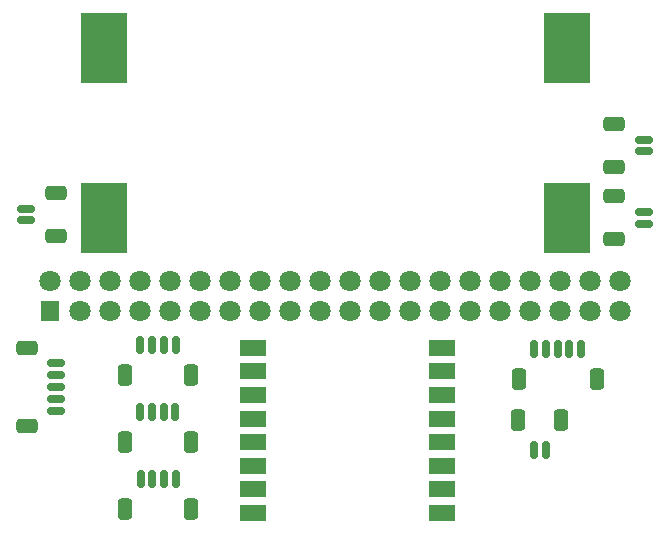
<source format=gbr>
%TF.GenerationSoftware,KiCad,Pcbnew,9.0.2*%
%TF.CreationDate,2025-09-10T19:31:46+05:30*%
%TF.ProjectId,ProDoc_Board1_2025-09-03,50726f44-6f63-45f4-926f-617264315f32,rev?*%
%TF.SameCoordinates,Original*%
%TF.FileFunction,Soldermask,Top*%
%TF.FilePolarity,Negative*%
%FSLAX46Y46*%
G04 Gerber Fmt 4.6, Leading zero omitted, Abs format (unit mm)*
G04 Created by KiCad (PCBNEW 9.0.2) date 2025-09-10 19:31:46*
%MOMM*%
%LPD*%
G01*
G04 APERTURE LIST*
G04 Aperture macros list*
%AMRoundRect*
0 Rectangle with rounded corners*
0 $1 Rounding radius*
0 $2 $3 $4 $5 $6 $7 $8 $9 X,Y pos of 4 corners*
0 Add a 4 corners polygon primitive as box body*
4,1,4,$2,$3,$4,$5,$6,$7,$8,$9,$2,$3,0*
0 Add four circle primitives for the rounded corners*
1,1,$1+$1,$2,$3*
1,1,$1+$1,$4,$5*
1,1,$1+$1,$6,$7*
1,1,$1+$1,$8,$9*
0 Add four rect primitives between the rounded corners*
20,1,$1+$1,$2,$3,$4,$5,0*
20,1,$1+$1,$4,$5,$6,$7,0*
20,1,$1+$1,$6,$7,$8,$9,0*
20,1,$1+$1,$8,$9,$2,$3,0*%
G04 Aperture macros list end*
%ADD10R,4.000000X6.000000*%
%ADD11RoundRect,0.150000X0.150000X0.625000X-0.150000X0.625000X-0.150000X-0.625000X0.150000X-0.625000X0*%
%ADD12RoundRect,0.250000X0.350000X0.650000X-0.350000X0.650000X-0.350000X-0.650000X0.350000X-0.650000X0*%
%ADD13RoundRect,0.150000X0.625000X-0.150000X0.625000X0.150000X-0.625000X0.150000X-0.625000X-0.150000X0*%
%ADD14RoundRect,0.250000X0.650000X-0.350000X0.650000X0.350000X-0.650000X0.350000X-0.650000X-0.350000X0*%
%ADD15R,1.575000X1.800000*%
%ADD16C,1.800000*%
%ADD17RoundRect,0.150000X-0.150000X-0.625000X0.150000X-0.625000X0.150000X0.625000X-0.150000X0.625000X0*%
%ADD18RoundRect,0.250000X-0.350000X-0.650000X0.350000X-0.650000X0.350000X0.650000X-0.350000X0.650000X0*%
%ADD19RoundRect,0.250000X-0.650000X0.350000X-0.650000X-0.350000X0.650000X-0.350000X0.650000X0.350000X0*%
%ADD20RoundRect,0.150000X-0.625000X0.150000X-0.625000X-0.150000X0.625000X-0.150000X0.625000X0.150000X0*%
%ADD21R,2.200000X1.400000*%
G04 APERTURE END LIST*
D10*
%TO.C,U4*%
X132655000Y-79090000D03*
X132655000Y-93490000D03*
X171825000Y-79090000D03*
X171825000Y-93490000D03*
%TD*%
D11*
%TO.C,CN4*%
X138740000Y-115600000D03*
X137740000Y-115600000D03*
X136740000Y-115600000D03*
X135740000Y-115600000D03*
D12*
X140040000Y-118125000D03*
X134440000Y-118125000D03*
%TD*%
D11*
%TO.C,CN2*%
X138710000Y-104210000D03*
X137710000Y-104210000D03*
X136710000Y-104210000D03*
X135710000Y-104210000D03*
D12*
X140010000Y-106735000D03*
X134410000Y-106735000D03*
%TD*%
D13*
%TO.C,J1*%
X128615000Y-109775000D03*
X128615000Y-108775000D03*
X128615000Y-107775000D03*
X128615000Y-106775000D03*
X128615000Y-105775000D03*
D14*
X126090000Y-111075000D03*
X126090000Y-104475000D03*
%TD*%
%TO.C,CN10*%
X175817400Y-85530000D03*
X175817400Y-89130000D03*
D13*
X178342400Y-86830000D03*
X178342400Y-87830000D03*
%TD*%
D15*
%TO.C,H1*%
X128110000Y-101310000D03*
D16*
X128110000Y-98770000D03*
X130650000Y-101310000D03*
X130650000Y-98770000D03*
X133190000Y-101310000D03*
X133190000Y-98770000D03*
X135730000Y-101310000D03*
X135730000Y-98770000D03*
X138270000Y-101310000D03*
X138270000Y-98770000D03*
X140810000Y-101310000D03*
X140810000Y-98770000D03*
X143350000Y-101310000D03*
X143350000Y-98770000D03*
X145890000Y-101310000D03*
X145890000Y-98770000D03*
X148430000Y-101310000D03*
X148430000Y-98770000D03*
X150970000Y-101310000D03*
X150970000Y-98770000D03*
X153510000Y-101310000D03*
X153510000Y-98770000D03*
X156050000Y-101310000D03*
X156050000Y-98770000D03*
X158590000Y-101310000D03*
X158590000Y-98770000D03*
X161130000Y-101310000D03*
X161130000Y-98770000D03*
X163670000Y-101310000D03*
X163670000Y-98770000D03*
X166210000Y-101310000D03*
X166210000Y-98770000D03*
X168750000Y-101310000D03*
X168750000Y-98770000D03*
X171290000Y-101310000D03*
X171290000Y-98770000D03*
X173830000Y-101310000D03*
X173830000Y-98770000D03*
X176370000Y-101310000D03*
X176370000Y-98770000D03*
%TD*%
D11*
%TO.C,CN7*%
X173050000Y-104540000D03*
X172050000Y-104540000D03*
X171050000Y-104540000D03*
X170050000Y-104540000D03*
X169050000Y-104540000D03*
D12*
X174350000Y-107065000D03*
X167750000Y-107065000D03*
%TD*%
D17*
%TO.C,CN8*%
X169030000Y-113070000D03*
X170030000Y-113070000D03*
D18*
X167730000Y-110545000D03*
X171330000Y-110545000D03*
%TD*%
D11*
%TO.C,CN3*%
X138700000Y-109870000D03*
X137700000Y-109870000D03*
X136700000Y-109870000D03*
X135700000Y-109870000D03*
D12*
X140000000Y-112395000D03*
X134400000Y-112395000D03*
%TD*%
D19*
%TO.C,CN9*%
X128600000Y-94965000D03*
X128600000Y-91365000D03*
D20*
X126075000Y-93665000D03*
X126075000Y-92665000D03*
%TD*%
D21*
%TO.C,U3*%
X145290000Y-104440000D03*
X145290000Y-106440000D03*
X145290000Y-108440000D03*
X145290000Y-110440000D03*
X145290000Y-112440000D03*
X145290000Y-114440000D03*
X145290000Y-116440000D03*
X145290000Y-118440000D03*
X161290000Y-118440000D03*
X161290000Y-116440000D03*
X161290000Y-114440000D03*
X161290000Y-112440000D03*
X161290000Y-110440000D03*
X161290000Y-108440000D03*
X161290000Y-106441500D03*
X161290000Y-104440000D03*
%TD*%
D14*
%TO.C,CN11*%
X175805000Y-91640000D03*
X175805000Y-95240000D03*
D13*
X178330000Y-92940000D03*
X178330000Y-93940000D03*
%TD*%
M02*

</source>
